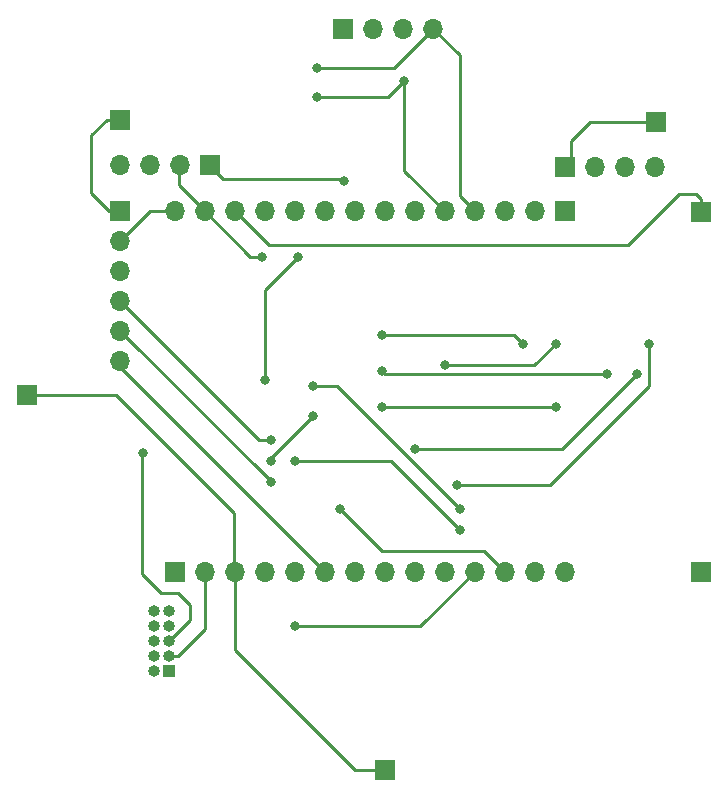
<source format=gtl>
G04 #@! TF.GenerationSoftware,KiCad,Pcbnew,5.1.9+dfsg1-1~bpo10+1*
G04 #@! TF.CreationDate,2021-09-15T19:30:04-04:00*
G04 #@! TF.ProjectId,wifi_shield,77696669-5f73-4686-9965-6c642e6b6963,rev?*
G04 #@! TF.SameCoordinates,Original*
G04 #@! TF.FileFunction,Copper,L1,Top*
G04 #@! TF.FilePolarity,Positive*
%FSLAX46Y46*%
G04 Gerber Fmt 4.6, Leading zero omitted, Abs format (unit mm)*
G04 Created by KiCad (PCBNEW 5.1.9+dfsg1-1~bpo10+1) date 2021-09-15 19:30:04*
%MOMM*%
%LPD*%
G01*
G04 APERTURE LIST*
G04 #@! TA.AperFunction,ComponentPad*
%ADD10R,1.700000X1.700000*%
G04 #@! TD*
G04 #@! TA.AperFunction,ComponentPad*
%ADD11O,1.700000X1.700000*%
G04 #@! TD*
G04 #@! TA.AperFunction,ComponentPad*
%ADD12R,1.000000X1.000000*%
G04 #@! TD*
G04 #@! TA.AperFunction,ComponentPad*
%ADD13O,1.000000X1.000000*%
G04 #@! TD*
G04 #@! TA.AperFunction,ViaPad*
%ADD14C,0.800000*%
G04 #@! TD*
G04 #@! TA.AperFunction,Conductor*
%ADD15C,0.250000*%
G04 #@! TD*
G04 APERTURE END LIST*
D10*
X146250000Y-69000000D03*
D11*
X148790000Y-69000000D03*
X151330000Y-69000000D03*
X153870000Y-69000000D03*
X172620000Y-80700000D03*
X170080000Y-80700000D03*
X167540000Y-80700000D03*
D10*
X165000000Y-80700000D03*
X164986000Y-84460000D03*
D11*
X162446000Y-84460000D03*
X159906000Y-84460000D03*
X157366000Y-84460000D03*
X154826000Y-84460000D03*
X152286000Y-84460000D03*
X149746000Y-84460000D03*
X147206000Y-84460000D03*
X144666000Y-84460000D03*
X142126000Y-84460000D03*
X139586000Y-84460000D03*
X137046000Y-84460000D03*
X134506000Y-84460000D03*
X131966000Y-84460000D03*
X164986000Y-114960600D03*
X162446000Y-114960600D03*
X159906000Y-114960600D03*
X157366000Y-114960600D03*
X154826000Y-114960600D03*
X152286000Y-114960600D03*
X149746000Y-114960600D03*
X147206000Y-114960600D03*
X144666000Y-114960600D03*
X142126000Y-114960600D03*
X139586000Y-114960600D03*
X137046000Y-114960600D03*
X134506000Y-114960600D03*
D10*
X131966000Y-114960600D03*
X134950000Y-80500000D03*
D11*
X132410000Y-80500000D03*
X129870000Y-80500000D03*
X127330000Y-80500000D03*
D10*
X127350000Y-84410000D03*
D11*
X127350000Y-86950000D03*
X127350000Y-89490000D03*
X127350000Y-92030000D03*
X127350000Y-94570000D03*
X127350000Y-97110000D03*
D10*
X127300000Y-76700000D03*
X176500000Y-115000000D03*
X149746000Y-131750000D03*
X176500000Y-84500000D03*
X172700000Y-76900000D03*
X119500000Y-100000000D03*
D12*
X131458000Y-123368000D03*
D13*
X130188000Y-123368000D03*
X131458000Y-122098000D03*
X130188000Y-122098000D03*
X131458000Y-120828000D03*
X130188000Y-120828000D03*
X131458000Y-119558000D03*
X130188000Y-119558000D03*
X131458000Y-118288000D03*
X130188000Y-118288000D03*
D14*
X146300000Y-81900000D03*
X142126000Y-119557996D03*
X140094000Y-103810000D03*
X142126000Y-105588000D03*
X156096000Y-111430000D03*
X156096000Y-109652000D03*
X143650002Y-99238000D03*
X145936000Y-109652000D03*
X140094000Y-107366000D03*
X144000000Y-72300000D03*
X144000000Y-74800000D03*
X151400000Y-73399999D03*
X139332000Y-88316004D03*
X143650000Y-101778000D03*
X140094000Y-105588000D03*
X139586000Y-98730000D03*
X142380000Y-88315996D03*
X149492000Y-101015996D03*
X164224008Y-101016000D03*
X149492000Y-94920000D03*
X161430000Y-95682000D03*
X164224000Y-95682000D03*
X154862990Y-97496990D03*
X168542000Y-98222000D03*
X155842000Y-107620000D03*
X149491996Y-97968000D03*
X172098000Y-95682000D03*
X152286000Y-104572000D03*
X171081990Y-98222000D03*
X129274990Y-104900001D03*
D15*
X164986000Y-81114000D02*
X165500000Y-80600000D01*
X129840000Y-84460000D02*
X127350000Y-86950000D01*
X131966000Y-84460000D02*
X129840000Y-84460000D01*
X165500000Y-80600000D02*
X165500000Y-78500000D01*
X167100000Y-76900000D02*
X173100000Y-76900000D01*
X165500000Y-78500000D02*
X167100000Y-76900000D01*
X134506000Y-119812000D02*
X132220000Y-122098000D01*
X131458000Y-122098000D02*
X132220000Y-122098000D01*
X136062000Y-81712000D02*
X134850000Y-80500000D01*
X146300000Y-81900000D02*
X146112000Y-81712000D01*
X146112000Y-81712000D02*
X136062000Y-81712000D01*
X134506000Y-116510000D02*
X134506000Y-114960600D01*
X134506000Y-116510000D02*
X134506000Y-119812000D01*
X157366000Y-114960600D02*
X152768604Y-119557996D01*
X152768604Y-119557996D02*
X142126000Y-119557996D01*
X127350000Y-92030000D02*
X139130000Y-103810000D01*
X139130000Y-103810000D02*
X140094000Y-103810000D01*
X150254000Y-105588000D02*
X155696001Y-111030001D01*
X142126000Y-105588000D02*
X150254000Y-105588000D01*
X155696001Y-111030001D02*
X156096000Y-111430000D01*
X127350000Y-97644600D02*
X127350000Y-97110000D01*
X144666000Y-114960600D02*
X127350000Y-97644600D01*
X156096000Y-109652000D02*
X145682000Y-99238000D01*
X145682000Y-99238000D02*
X143650002Y-99238000D01*
X127350000Y-94570000D02*
X140094000Y-107314000D01*
X140094000Y-107314000D02*
X140094000Y-107366000D01*
X158153400Y-113208000D02*
X159906000Y-114960600D01*
X145936000Y-109652000D02*
X149492000Y-113208000D01*
X149492000Y-113208000D02*
X158153400Y-113208000D01*
X150570000Y-72300000D02*
X144000000Y-72300000D01*
X153870000Y-69000000D02*
X150570000Y-72300000D01*
X157366000Y-84460000D02*
X156096000Y-83190000D01*
X156096000Y-71226000D02*
X153870000Y-69000000D01*
X156096000Y-83190000D02*
X156096000Y-71226000D01*
X149999999Y-74800000D02*
X151400000Y-73399999D01*
X144000000Y-74800000D02*
X149999999Y-74800000D01*
X151400000Y-81034000D02*
X151400000Y-73399999D01*
X154826000Y-84460000D02*
X151400000Y-81034000D01*
X132310000Y-80500000D02*
X132310000Y-82210000D01*
X134506000Y-84406000D02*
X134506000Y-84460000D01*
X132310000Y-82210000D02*
X134506000Y-84406000D01*
X138362004Y-88316004D02*
X139332000Y-88316004D01*
X134506000Y-84460000D02*
X138362004Y-88316004D01*
X143650000Y-101778000D02*
X140094000Y-105334000D01*
X140094000Y-105334000D02*
X140094000Y-105588000D01*
X127300000Y-76700000D02*
X126200000Y-76700000D01*
X126200000Y-76700000D02*
X124900000Y-78000000D01*
X126410000Y-84410000D02*
X124900000Y-82900000D01*
X127350000Y-84410000D02*
X126410000Y-84410000D01*
X124900000Y-78000000D02*
X124900000Y-82900000D01*
X139922999Y-87336999D02*
X170383985Y-87336999D01*
X176500000Y-83400000D02*
X176500000Y-84500000D01*
X170383985Y-87336999D02*
X174701986Y-83018998D01*
X174701986Y-83018998D02*
X176118998Y-83018998D01*
X137046000Y-84460000D02*
X139922999Y-87336999D01*
X176118998Y-83018998D02*
X176500000Y-83400000D01*
X139586000Y-91109996D02*
X142380000Y-88315996D01*
X139586000Y-98730000D02*
X139586000Y-91109996D01*
X149492000Y-101015996D02*
X164224004Y-101015996D01*
X164224004Y-101015996D02*
X164224008Y-101016000D01*
X149492000Y-94920000D02*
X160668000Y-94920000D01*
X160668000Y-94920000D02*
X161430000Y-95682000D01*
X162409010Y-97496990D02*
X154862990Y-97496990D01*
X164224000Y-95682000D02*
X162409010Y-97496990D01*
X149745996Y-98222000D02*
X149491996Y-97968000D01*
X168542000Y-98222000D02*
X149745996Y-98222000D01*
X163716000Y-107620000D02*
X172098000Y-99238000D01*
X172098000Y-99238000D02*
X172098000Y-95682000D01*
X155842000Y-107620000D02*
X163716000Y-107620000D01*
X152286000Y-104572000D02*
X164731990Y-104572000D01*
X164731990Y-104572000D02*
X171081990Y-98222000D01*
X120600000Y-100000000D02*
X119500000Y-100000000D01*
X126973002Y-100000000D02*
X120600000Y-100000000D01*
X137000000Y-110026998D02*
X126973002Y-100000000D01*
X137046000Y-114960600D02*
X137000000Y-114914600D01*
X137000000Y-114914600D02*
X137000000Y-110026998D01*
X137046000Y-114960600D02*
X137046000Y-121590000D01*
X147206000Y-131750000D02*
X149746000Y-131750000D01*
X137046000Y-121590000D02*
X147206000Y-131750000D01*
X131957999Y-120328001D02*
X131458000Y-120828000D01*
X129172000Y-105002991D02*
X129172000Y-115145004D01*
X133236000Y-119050000D02*
X131957999Y-120328001D01*
X130790996Y-116764000D02*
X132220000Y-116764000D01*
X133236000Y-117780000D02*
X133236000Y-119050000D01*
X129274990Y-104900001D02*
X129172000Y-105002991D01*
X132220000Y-116764000D02*
X133236000Y-117780000D01*
X129172000Y-115145004D02*
X130790996Y-116764000D01*
M02*

</source>
